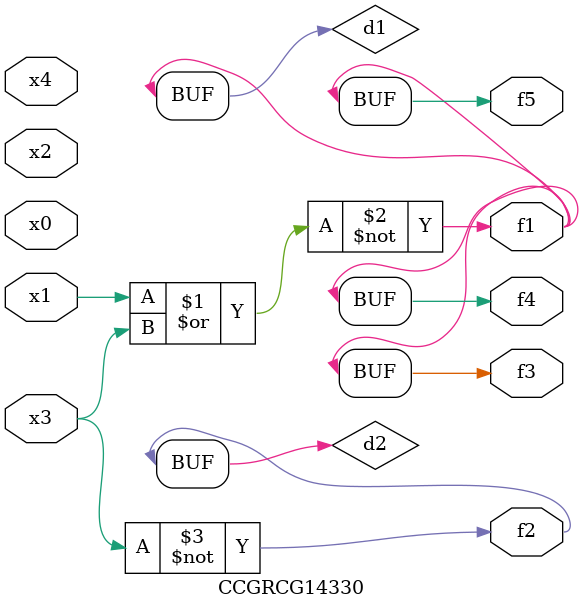
<source format=v>
module CCGRCG14330(
	input x0, x1, x2, x3, x4,
	output f1, f2, f3, f4, f5
);

	wire d1, d2;

	nor (d1, x1, x3);
	not (d2, x3);
	assign f1 = d1;
	assign f2 = d2;
	assign f3 = d1;
	assign f4 = d1;
	assign f5 = d1;
endmodule

</source>
